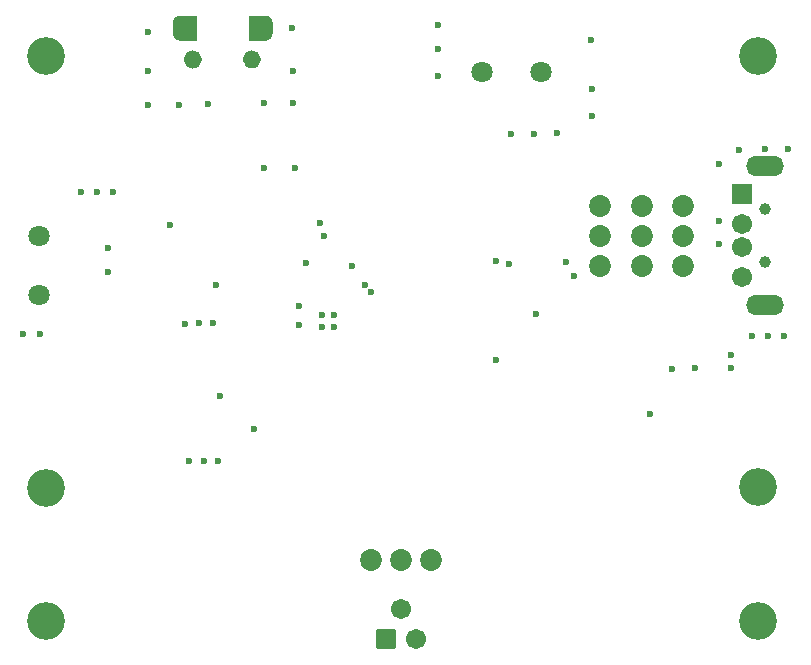
<source format=gbs>
G04 #@! TF.GenerationSoftware,KiCad,Pcbnew,8.0.5*
G04 #@! TF.CreationDate,2025-03-03T19:21:05-05:00*
G04 #@! TF.ProjectId,solar_power_manager,736f6c61-725f-4706-9f77-65725f6d616e,rev?*
G04 #@! TF.SameCoordinates,Original*
G04 #@! TF.FileFunction,Soldermask,Bot*
G04 #@! TF.FilePolarity,Negative*
%FSLAX46Y46*%
G04 Gerber Fmt 4.6, Leading zero omitted, Abs format (unit mm)*
G04 Created by KiCad (PCBNEW 8.0.5) date 2025-03-03 19:21:05*
%MOMM*%
%LPD*%
G01*
G04 APERTURE LIST*
G04 Aperture macros list*
%AMRoundRect*
0 Rectangle with rounded corners*
0 $1 Rounding radius*
0 $2 $3 $4 $5 $6 $7 $8 $9 X,Y pos of 4 corners*
0 Add a 4 corners polygon primitive as box body*
4,1,4,$2,$3,$4,$5,$6,$7,$8,$9,$2,$3,0*
0 Add four circle primitives for the rounded corners*
1,1,$1+$1,$2,$3*
1,1,$1+$1,$4,$5*
1,1,$1+$1,$6,$7*
1,1,$1+$1,$8,$9*
0 Add four rect primitives between the rounded corners*
20,1,$1+$1,$2,$3,$4,$5,0*
20,1,$1+$1,$4,$5,$6,$7,0*
20,1,$1+$1,$6,$7,$8,$9,0*
20,1,$1+$1,$8,$9,$2,$3,0*%
G04 Aperture macros list end*
%ADD10C,0.788500*%
%ADD11C,0.010000*%
%ADD12C,3.200000*%
%ADD13C,1.803400*%
%ADD14C,1.854000*%
%ADD15RoundRect,0.102000X-0.749300X-0.749300X0.749300X-0.749300X0.749300X0.749300X-0.749300X0.749300X0*%
%ADD16C,1.702600*%
%ADD17C,1.000000*%
%ADD18RoundRect,0.102000X0.754000X-0.754000X0.754000X0.754000X-0.754000X0.754000X-0.754000X-0.754000X0*%
%ADD19C,1.712000*%
%ADD20O,3.220000X1.712000*%
%ADD21C,0.600000*%
G04 APERTURE END LIST*
D10*
X154464250Y-51845000D02*
G75*
G02*
X153675750Y-51845000I-394250J0D01*
G01*
X153675750Y-51845000D02*
G75*
G02*
X154464250Y-51845000I394250J0D01*
G01*
X159464250Y-51845000D02*
G75*
G02*
X158675750Y-51845000I-394250J0D01*
G01*
X158675750Y-51845000D02*
G75*
G02*
X159464250Y-51845000I394250J0D01*
G01*
D11*
X154334000Y-50158000D02*
X152970000Y-50158000D01*
X152941000Y-50158000D01*
X152911000Y-50155000D01*
X152882000Y-50152000D01*
X152853000Y-50146000D01*
X152824000Y-50139000D01*
X152796000Y-50131000D01*
X152768000Y-50121000D01*
X152741000Y-50110000D01*
X152714000Y-50097000D01*
X152688000Y-50083000D01*
X152663000Y-50068000D01*
X152639000Y-50051000D01*
X152615000Y-50033000D01*
X152593000Y-50014000D01*
X152572000Y-49993000D01*
X152551000Y-49972000D01*
X152532000Y-49950000D01*
X152514000Y-49926000D01*
X152497000Y-49902000D01*
X152482000Y-49877000D01*
X152468000Y-49851000D01*
X152455000Y-49824000D01*
X152444000Y-49797000D01*
X152434000Y-49769000D01*
X152426000Y-49741000D01*
X152419000Y-49712000D01*
X152413000Y-49683000D01*
X152410000Y-49654000D01*
X152407000Y-49624000D01*
X152407000Y-49595000D01*
X152407000Y-48695000D01*
X152407000Y-48666000D01*
X152410000Y-48636000D01*
X152413000Y-48607000D01*
X152419000Y-48578000D01*
X152426000Y-48549000D01*
X152434000Y-48521000D01*
X152444000Y-48493000D01*
X152455000Y-48466000D01*
X152468000Y-48439000D01*
X152482000Y-48413000D01*
X152497000Y-48388000D01*
X152514000Y-48364000D01*
X152532000Y-48340000D01*
X152551000Y-48318000D01*
X152572000Y-48297000D01*
X152593000Y-48276000D01*
X152615000Y-48257000D01*
X152639000Y-48239000D01*
X152663000Y-48222000D01*
X152688000Y-48207000D01*
X152714000Y-48193000D01*
X152741000Y-48180000D01*
X152768000Y-48169000D01*
X152796000Y-48159000D01*
X152824000Y-48151000D01*
X152853000Y-48144000D01*
X152882000Y-48138000D01*
X152911000Y-48135000D01*
X152941000Y-48132000D01*
X152970000Y-48131000D01*
X154333500Y-48131500D01*
X154334000Y-48131000D01*
X154334000Y-50158000D01*
G36*
X154334000Y-50158000D02*
G01*
X152970000Y-50158000D01*
X152941000Y-50158000D01*
X152911000Y-50155000D01*
X152882000Y-50152000D01*
X152853000Y-50146000D01*
X152824000Y-50139000D01*
X152796000Y-50131000D01*
X152768000Y-50121000D01*
X152741000Y-50110000D01*
X152714000Y-50097000D01*
X152688000Y-50083000D01*
X152663000Y-50068000D01*
X152639000Y-50051000D01*
X152615000Y-50033000D01*
X152593000Y-50014000D01*
X152572000Y-49993000D01*
X152551000Y-49972000D01*
X152532000Y-49950000D01*
X152514000Y-49926000D01*
X152497000Y-49902000D01*
X152482000Y-49877000D01*
X152468000Y-49851000D01*
X152455000Y-49824000D01*
X152444000Y-49797000D01*
X152434000Y-49769000D01*
X152426000Y-49741000D01*
X152419000Y-49712000D01*
X152413000Y-49683000D01*
X152410000Y-49654000D01*
X152407000Y-49624000D01*
X152407000Y-49595000D01*
X152407000Y-48695000D01*
X152407000Y-48666000D01*
X152410000Y-48636000D01*
X152413000Y-48607000D01*
X152419000Y-48578000D01*
X152426000Y-48549000D01*
X152434000Y-48521000D01*
X152444000Y-48493000D01*
X152455000Y-48466000D01*
X152468000Y-48439000D01*
X152482000Y-48413000D01*
X152497000Y-48388000D01*
X152514000Y-48364000D01*
X152532000Y-48340000D01*
X152551000Y-48318000D01*
X152572000Y-48297000D01*
X152593000Y-48276000D01*
X152615000Y-48257000D01*
X152639000Y-48239000D01*
X152663000Y-48222000D01*
X152688000Y-48207000D01*
X152714000Y-48193000D01*
X152741000Y-48180000D01*
X152768000Y-48169000D01*
X152796000Y-48159000D01*
X152824000Y-48151000D01*
X152853000Y-48144000D01*
X152882000Y-48138000D01*
X152911000Y-48135000D01*
X152941000Y-48132000D01*
X152970000Y-48131000D01*
X154333500Y-48131500D01*
X154334000Y-48131000D01*
X154334000Y-50158000D01*
G37*
X160199000Y-48132000D02*
X160229000Y-48135000D01*
X160258000Y-48138000D01*
X160287000Y-48144000D01*
X160316000Y-48151000D01*
X160344000Y-48159000D01*
X160372000Y-48169000D01*
X160399000Y-48180000D01*
X160426000Y-48193000D01*
X160452000Y-48207000D01*
X160477000Y-48222000D01*
X160501000Y-48239000D01*
X160525000Y-48257000D01*
X160547000Y-48276000D01*
X160568000Y-48297000D01*
X160589000Y-48318000D01*
X160608000Y-48340000D01*
X160626000Y-48364000D01*
X160643000Y-48388000D01*
X160658000Y-48413000D01*
X160672000Y-48439000D01*
X160685000Y-48466000D01*
X160696000Y-48493000D01*
X160706000Y-48521000D01*
X160714000Y-48549000D01*
X160721000Y-48578000D01*
X160727000Y-48607000D01*
X160730000Y-48636000D01*
X160733000Y-48666000D01*
X160733000Y-48695000D01*
X160733000Y-49595000D01*
X160733000Y-49624000D01*
X160730000Y-49654000D01*
X160727000Y-49683000D01*
X160721000Y-49712000D01*
X160714000Y-49741000D01*
X160706000Y-49769000D01*
X160696000Y-49797000D01*
X160685000Y-49824000D01*
X160672000Y-49851000D01*
X160658000Y-49877000D01*
X160643000Y-49902000D01*
X160626000Y-49926000D01*
X160608000Y-49950000D01*
X160589000Y-49972000D01*
X160568000Y-49993000D01*
X160547000Y-50014000D01*
X160525000Y-50033000D01*
X160501000Y-50051000D01*
X160477000Y-50068000D01*
X160452000Y-50083000D01*
X160426000Y-50097000D01*
X160399000Y-50110000D01*
X160372000Y-50121000D01*
X160344000Y-50131000D01*
X160316000Y-50139000D01*
X160287000Y-50146000D01*
X160258000Y-50152000D01*
X160229000Y-50155000D01*
X160199000Y-50158000D01*
X160170000Y-50158000D01*
X158806000Y-50158000D01*
X158806000Y-48131000D01*
X158806500Y-48131500D01*
X160170000Y-48131000D01*
X160199000Y-48132000D01*
G36*
X160199000Y-48132000D02*
G01*
X160229000Y-48135000D01*
X160258000Y-48138000D01*
X160287000Y-48144000D01*
X160316000Y-48151000D01*
X160344000Y-48159000D01*
X160372000Y-48169000D01*
X160399000Y-48180000D01*
X160426000Y-48193000D01*
X160452000Y-48207000D01*
X160477000Y-48222000D01*
X160501000Y-48239000D01*
X160525000Y-48257000D01*
X160547000Y-48276000D01*
X160568000Y-48297000D01*
X160589000Y-48318000D01*
X160608000Y-48340000D01*
X160626000Y-48364000D01*
X160643000Y-48388000D01*
X160658000Y-48413000D01*
X160672000Y-48439000D01*
X160685000Y-48466000D01*
X160696000Y-48493000D01*
X160706000Y-48521000D01*
X160714000Y-48549000D01*
X160721000Y-48578000D01*
X160727000Y-48607000D01*
X160730000Y-48636000D01*
X160733000Y-48666000D01*
X160733000Y-48695000D01*
X160733000Y-49595000D01*
X160733000Y-49624000D01*
X160730000Y-49654000D01*
X160727000Y-49683000D01*
X160721000Y-49712000D01*
X160714000Y-49741000D01*
X160706000Y-49769000D01*
X160696000Y-49797000D01*
X160685000Y-49824000D01*
X160672000Y-49851000D01*
X160658000Y-49877000D01*
X160643000Y-49902000D01*
X160626000Y-49926000D01*
X160608000Y-49950000D01*
X160589000Y-49972000D01*
X160568000Y-49993000D01*
X160547000Y-50014000D01*
X160525000Y-50033000D01*
X160501000Y-50051000D01*
X160477000Y-50068000D01*
X160452000Y-50083000D01*
X160426000Y-50097000D01*
X160399000Y-50110000D01*
X160372000Y-50121000D01*
X160344000Y-50131000D01*
X160316000Y-50139000D01*
X160287000Y-50146000D01*
X160258000Y-50152000D01*
X160229000Y-50155000D01*
X160199000Y-50158000D01*
X160170000Y-50158000D01*
X158806000Y-50158000D01*
X158806000Y-48131000D01*
X158806500Y-48131500D01*
X160170000Y-48131000D01*
X160199000Y-48132000D01*
G37*
D12*
X201960000Y-99360000D03*
X201960000Y-88040000D03*
D13*
X141080000Y-71810000D03*
X141080000Y-66810000D03*
D12*
X141660000Y-51570000D03*
D14*
X192080000Y-64270000D03*
X192080000Y-66810000D03*
X192080000Y-69350000D03*
D13*
X183575100Y-52890000D03*
X178575100Y-52890000D03*
D12*
X141660000Y-88090000D03*
D14*
X195580000Y-64270000D03*
X195580000Y-66810000D03*
X195580000Y-69350000D03*
D12*
X141660000Y-99360000D03*
D14*
X188580000Y-64270000D03*
X188580000Y-66810000D03*
X188580000Y-69350000D03*
D12*
X201960000Y-51570000D03*
D14*
X169160000Y-94250000D03*
X171700000Y-94250000D03*
X174240000Y-94250000D03*
D15*
X170410000Y-100920000D03*
D16*
X171680000Y-98380000D03*
X172950000Y-100920000D03*
D17*
X202552500Y-69027250D03*
X202552500Y-64477250D03*
D18*
X200552500Y-63252250D03*
D19*
X200552500Y-65752250D03*
X200552500Y-67752250D03*
X200552500Y-70252250D03*
D20*
X202552500Y-72602250D03*
X202552500Y-60902250D03*
D21*
X162750000Y-61020000D03*
X160120000Y-61000000D03*
X145960000Y-63050000D03*
X201390000Y-75250000D03*
X182970000Y-58140000D03*
X202800000Y-75220000D03*
X185690000Y-68970000D03*
X162550000Y-55510000D03*
X144570000Y-63050000D03*
X196600000Y-78000000D03*
X154980000Y-85870000D03*
X166000000Y-73510000D03*
X155330000Y-55640000D03*
X139680000Y-75090000D03*
X152900000Y-55660000D03*
X163090000Y-72700000D03*
X153430000Y-74200000D03*
X163070000Y-74330000D03*
X187840000Y-54360000D03*
X187880000Y-56640000D03*
X204470000Y-59400000D03*
X183134000Y-73406000D03*
X141100000Y-75070000D03*
X165990000Y-74470000D03*
X200330000Y-59470000D03*
X160100000Y-55560000D03*
X184890000Y-58110000D03*
X186350000Y-70140000D03*
X150300000Y-52830000D03*
X147280000Y-63050000D03*
X150290000Y-49530000D03*
X204160000Y-75250000D03*
X155780000Y-74180000D03*
X180840000Y-69130000D03*
X163670000Y-69080000D03*
X164980000Y-73510000D03*
X194650000Y-78010000D03*
X146920000Y-67800000D03*
X153730000Y-85870000D03*
X187780000Y-50190000D03*
X150300000Y-55660000D03*
X162470000Y-49150000D03*
X199630000Y-76850000D03*
X167560000Y-69350000D03*
X174850000Y-53210000D03*
X199640000Y-77990000D03*
X164980000Y-74460000D03*
X154610000Y-74180000D03*
X156200000Y-85830000D03*
X174850000Y-50960000D03*
X174830000Y-48890000D03*
X146920000Y-69820000D03*
X162520000Y-52790000D03*
X198640000Y-60720000D03*
X181050000Y-58140000D03*
X159240000Y-83130000D03*
X156359500Y-80330500D03*
X192790000Y-81850000D03*
X179750000Y-68880000D03*
X179750000Y-77320000D03*
X165153159Y-66816841D03*
X168640000Y-70910000D03*
X164833258Y-65653258D03*
X169180000Y-71550000D03*
X156040000Y-70950000D03*
X152110000Y-65870000D03*
X198600000Y-67480000D03*
X198600000Y-65500000D03*
X202510000Y-59430000D03*
M02*

</source>
